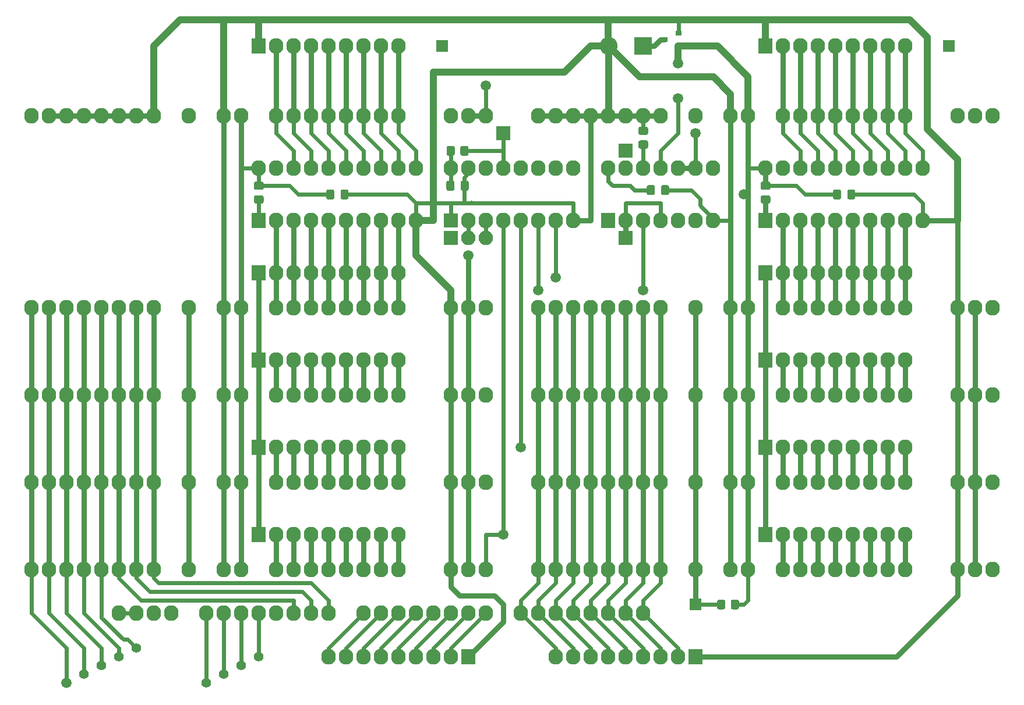
<source format=gbr>
%TF.GenerationSoftware,KiCad,Pcbnew,(5.1.8)-1*%
%TF.CreationDate,2024-01-21T21:11:34+03:00*%
%TF.ProjectId,Regs-v3,52656773-2d76-4332-9e6b-696361645f70,rev?*%
%TF.SameCoordinates,Original*%
%TF.FileFunction,Copper,L2,Bot*%
%TF.FilePolarity,Positive*%
%FSLAX46Y46*%
G04 Gerber Fmt 4.6, Leading zero omitted, Abs format (unit mm)*
G04 Created by KiCad (PCBNEW (5.1.8)-1) date 2024-01-21 21:11:34*
%MOMM*%
%LPD*%
G01*
G04 APERTURE LIST*
%TA.AperFunction,ComponentPad*%
%ADD10R,1.700000X1.700000*%
%TD*%
%TA.AperFunction,SMDPad,CuDef*%
%ADD11R,0.900000X0.800000*%
%TD*%
%TA.AperFunction,ComponentPad*%
%ADD12O,2.100000X2.300000*%
%TD*%
%TA.AperFunction,ComponentPad*%
%ADD13R,2.100000X2.300000*%
%TD*%
%TA.AperFunction,ComponentPad*%
%ADD14C,2.600000*%
%TD*%
%TA.AperFunction,ComponentPad*%
%ADD15R,2.600000X2.600000*%
%TD*%
%TA.AperFunction,ComponentPad*%
%ADD16R,2.100000X2.100000*%
%TD*%
%TA.AperFunction,ComponentPad*%
%ADD17O,2.100000X2.100000*%
%TD*%
%TA.AperFunction,ViaPad*%
%ADD18C,1.500000*%
%TD*%
%TA.AperFunction,ViaPad*%
%ADD19C,1.400000*%
%TD*%
%TA.AperFunction,Conductor*%
%ADD20C,0.600000*%
%TD*%
%TA.AperFunction,Conductor*%
%ADD21C,0.800000*%
%TD*%
%TA.AperFunction,Conductor*%
%ADD22C,1.000000*%
%TD*%
G04 APERTURE END LIST*
D10*
%TO.P,J20,1*%
%TO.N,/~Res*%
X153670000Y-20320000D03*
%TD*%
%TO.P,J19,1*%
%TO.N,/~Res*%
X80010000Y-20320000D03*
%TD*%
%TO.P,R7,2*%
%TO.N,GND*%
%TA.AperFunction,SMDPad,CuDef*%
G36*
G01*
X109670001Y-33255000D02*
X108769999Y-33255000D01*
G75*
G02*
X108520000Y-33005001I0J249999D01*
G01*
X108520000Y-32304999D01*
G75*
G02*
X108769999Y-32055000I249999J0D01*
G01*
X109670001Y-32055000D01*
G75*
G02*
X109920000Y-32304999I0J-249999D01*
G01*
X109920000Y-33005001D01*
G75*
G02*
X109670001Y-33255000I-249999J0D01*
G01*
G37*
%TD.AperFunction*%
%TO.P,R7,1*%
%TO.N,/EXT[1]*%
%TA.AperFunction,SMDPad,CuDef*%
G36*
G01*
X109670001Y-35255000D02*
X108769999Y-35255000D01*
G75*
G02*
X108520000Y-35005001I0J249999D01*
G01*
X108520000Y-34304999D01*
G75*
G02*
X108769999Y-34055000I249999J0D01*
G01*
X109670001Y-34055000D01*
G75*
G02*
X109920000Y-34304999I0J-249999D01*
G01*
X109920000Y-35005001D01*
G75*
G02*
X109670001Y-35255000I-249999J0D01*
G01*
G37*
%TD.AperFunction*%
%TD*%
D11*
%TO.P,Q1,3*%
%TO.N,Net-(J16-Pad1)*%
X112347500Y-19367500D03*
%TO.P,Q1,2*%
%TO.N,VCC*%
X114347500Y-20317500D03*
%TO.P,Q1,1*%
%TO.N,GND*%
X114347500Y-18417500D03*
%TD*%
%TO.P,C4,2*%
%TO.N,GND*%
%TA.AperFunction,SMDPad,CuDef*%
G36*
G01*
X111807500Y-41750000D02*
X111807500Y-40800000D01*
G75*
G02*
X112057500Y-40550000I250000J0D01*
G01*
X112732500Y-40550000D01*
G75*
G02*
X112982500Y-40800000I0J-250000D01*
G01*
X112982500Y-41750000D01*
G75*
G02*
X112732500Y-42000000I-250000J0D01*
G01*
X112057500Y-42000000D01*
G75*
G02*
X111807500Y-41750000I0J250000D01*
G01*
G37*
%TD.AperFunction*%
%TO.P,C4,1*%
%TO.N,VCC*%
%TA.AperFunction,SMDPad,CuDef*%
G36*
G01*
X109732500Y-41750000D02*
X109732500Y-40800000D01*
G75*
G02*
X109982500Y-40550000I250000J0D01*
G01*
X110657500Y-40550000D01*
G75*
G02*
X110907500Y-40800000I0J-250000D01*
G01*
X110907500Y-41750000D01*
G75*
G02*
X110657500Y-42000000I-250000J0D01*
G01*
X109982500Y-42000000D01*
G75*
G02*
X109732500Y-41750000I0J250000D01*
G01*
G37*
%TD.AperFunction*%
%TD*%
%TO.P,C3,2*%
%TO.N,GND*%
%TA.AperFunction,SMDPad,CuDef*%
G36*
G01*
X82682500Y-41115000D02*
X82682500Y-40165000D01*
G75*
G02*
X82932500Y-39915000I250000J0D01*
G01*
X83607500Y-39915000D01*
G75*
G02*
X83857500Y-40165000I0J-250000D01*
G01*
X83857500Y-41115000D01*
G75*
G02*
X83607500Y-41365000I-250000J0D01*
G01*
X82932500Y-41365000D01*
G75*
G02*
X82682500Y-41115000I0J250000D01*
G01*
G37*
%TD.AperFunction*%
%TO.P,C3,1*%
%TO.N,VCC*%
%TA.AperFunction,SMDPad,CuDef*%
G36*
G01*
X80607500Y-41115000D02*
X80607500Y-40165000D01*
G75*
G02*
X80857500Y-39915000I250000J0D01*
G01*
X81532500Y-39915000D01*
G75*
G02*
X81782500Y-40165000I0J-250000D01*
G01*
X81782500Y-41115000D01*
G75*
G02*
X81532500Y-41365000I-250000J0D01*
G01*
X80857500Y-41365000D01*
G75*
G02*
X80607500Y-41115000I0J250000D01*
G01*
G37*
%TD.AperFunction*%
%TD*%
%TO.P,C2,2*%
%TO.N,GND*%
%TA.AperFunction,SMDPad,CuDef*%
G36*
G01*
X65220000Y-42385000D02*
X65220000Y-41435000D01*
G75*
G02*
X65470000Y-41185000I250000J0D01*
G01*
X66145000Y-41185000D01*
G75*
G02*
X66395000Y-41435000I0J-250000D01*
G01*
X66395000Y-42385000D01*
G75*
G02*
X66145000Y-42635000I-250000J0D01*
G01*
X65470000Y-42635000D01*
G75*
G02*
X65220000Y-42385000I0J250000D01*
G01*
G37*
%TD.AperFunction*%
%TO.P,C2,1*%
%TO.N,VCC*%
%TA.AperFunction,SMDPad,CuDef*%
G36*
G01*
X63145000Y-42385000D02*
X63145000Y-41435000D01*
G75*
G02*
X63395000Y-41185000I250000J0D01*
G01*
X64070000Y-41185000D01*
G75*
G02*
X64320000Y-41435000I0J-250000D01*
G01*
X64320000Y-42385000D01*
G75*
G02*
X64070000Y-42635000I-250000J0D01*
G01*
X63395000Y-42635000D01*
G75*
G02*
X63145000Y-42385000I0J250000D01*
G01*
G37*
%TD.AperFunction*%
%TD*%
%TO.P,C1,2*%
%TO.N,GND*%
%TA.AperFunction,SMDPad,CuDef*%
G36*
G01*
X138880000Y-42385000D02*
X138880000Y-41435000D01*
G75*
G02*
X139130000Y-41185000I250000J0D01*
G01*
X139805000Y-41185000D01*
G75*
G02*
X140055000Y-41435000I0J-250000D01*
G01*
X140055000Y-42385000D01*
G75*
G02*
X139805000Y-42635000I-250000J0D01*
G01*
X139130000Y-42635000D01*
G75*
G02*
X138880000Y-42385000I0J250000D01*
G01*
G37*
%TD.AperFunction*%
%TO.P,C1,1*%
%TO.N,VCC*%
%TA.AperFunction,SMDPad,CuDef*%
G36*
G01*
X136805000Y-42385000D02*
X136805000Y-41435000D01*
G75*
G02*
X137055000Y-41185000I250000J0D01*
G01*
X137730000Y-41185000D01*
G75*
G02*
X137980000Y-41435000I0J-250000D01*
G01*
X137980000Y-42385000D01*
G75*
G02*
X137730000Y-42635000I-250000J0D01*
G01*
X137055000Y-42635000D01*
G75*
G02*
X136805000Y-42385000I0J250000D01*
G01*
G37*
%TD.AperFunction*%
%TD*%
%TO.P,R6,2*%
%TO.N,VCC*%
%TA.AperFunction,SMDPad,CuDef*%
G36*
G01*
X121955000Y-102050001D02*
X121955000Y-101149999D01*
G75*
G02*
X122204999Y-100900000I249999J0D01*
G01*
X122905001Y-100900000D01*
G75*
G02*
X123155000Y-101149999I0J-249999D01*
G01*
X123155000Y-102050001D01*
G75*
G02*
X122905001Y-102300000I-249999J0D01*
G01*
X122204999Y-102300000D01*
G75*
G02*
X121955000Y-102050001I0J249999D01*
G01*
G37*
%TD.AperFunction*%
%TO.P,R6,1*%
%TO.N,/~Res*%
%TA.AperFunction,SMDPad,CuDef*%
G36*
G01*
X119955000Y-102050001D02*
X119955000Y-101149999D01*
G75*
G02*
X120204999Y-100900000I249999J0D01*
G01*
X120905001Y-100900000D01*
G75*
G02*
X121155000Y-101149999I0J-249999D01*
G01*
X121155000Y-102050001D01*
G75*
G02*
X120905001Y-102300000I-249999J0D01*
G01*
X120204999Y-102300000D01*
G75*
G02*
X119955000Y-102050001I0J249999D01*
G01*
G37*
%TD.AperFunction*%
%TD*%
%TO.P,R5,2*%
%TO.N,VCC*%
%TA.AperFunction,SMDPad,CuDef*%
G36*
G01*
X81832500Y-35109999D02*
X81832500Y-36010001D01*
G75*
G02*
X81582501Y-36260000I-249999J0D01*
G01*
X80882499Y-36260000D01*
G75*
G02*
X80632500Y-36010001I0J249999D01*
G01*
X80632500Y-35109999D01*
G75*
G02*
X80882499Y-34860000I249999J0D01*
G01*
X81582501Y-34860000D01*
G75*
G02*
X81832500Y-35109999I0J-249999D01*
G01*
G37*
%TD.AperFunction*%
%TO.P,R5,1*%
%TO.N,/~MUL*%
%TA.AperFunction,SMDPad,CuDef*%
G36*
G01*
X83832500Y-35109999D02*
X83832500Y-36010001D01*
G75*
G02*
X83582501Y-36260000I-249999J0D01*
G01*
X82882499Y-36260000D01*
G75*
G02*
X82632500Y-36010001I0J249999D01*
G01*
X82632500Y-35109999D01*
G75*
G02*
X82882499Y-34860000I249999J0D01*
G01*
X83582501Y-34860000D01*
G75*
G02*
X83832500Y-35109999I0J-249999D01*
G01*
G37*
%TD.AperFunction*%
%TD*%
D12*
%TO.P,J18,9*%
%TO.N,/ALU_H7*%
X63500000Y-109220000D03*
%TO.P,J18,8*%
%TO.N,Net-(J18-Pad8)*%
X66040000Y-109220000D03*
%TO.P,J18,7*%
%TO.N,Net-(J18-Pad7)*%
X68580000Y-109220000D03*
%TO.P,J18,6*%
%TO.N,Net-(J18-Pad6)*%
X71120000Y-109220000D03*
%TO.P,J18,5*%
%TO.N,Net-(J18-Pad5)*%
X73660000Y-109220000D03*
%TO.P,J18,4*%
%TO.N,Net-(J18-Pad4)*%
X76200000Y-109220000D03*
%TO.P,J18,3*%
%TO.N,Net-(J18-Pad3)*%
X78740000Y-109220000D03*
%TO.P,J18,2*%
%TO.N,/ALU_H0*%
X81280000Y-109220000D03*
D13*
%TO.P,J18,1*%
%TO.N,GND*%
X83820000Y-109220000D03*
%TD*%
D12*
%TO.P,J17,9*%
%TO.N,/L7*%
X96520000Y-109220000D03*
%TO.P,J17,8*%
%TO.N,/L6*%
X99060000Y-109220000D03*
%TO.P,J17,7*%
%TO.N,/L5*%
X101600000Y-109220000D03*
%TO.P,J17,6*%
%TO.N,/L4*%
X104140000Y-109220000D03*
%TO.P,J17,5*%
%TO.N,/L3*%
X106680000Y-109220000D03*
%TO.P,J17,4*%
%TO.N,/L2*%
X109220000Y-109220000D03*
%TO.P,J17,3*%
%TO.N,/L1*%
X111760000Y-109220000D03*
%TO.P,J17,2*%
%TO.N,/L0*%
X114300000Y-109220000D03*
D13*
%TO.P,J17,1*%
%TO.N,GND*%
X116840000Y-109220000D03*
%TD*%
D12*
%TO.P,U15,28*%
%TO.N,GND*%
X33020000Y-102870000D03*
%TO.P,U15,27*%
X35560000Y-102870000D03*
%TO.P,U15,26*%
%TO.N,VCC*%
X38100000Y-102870000D03*
%TO.P,U15,25*%
%TO.N,Net-(U14-Pad8)*%
X40640000Y-102870000D03*
%TO.P,U15,24*%
%TO.N,/H7*%
X45720000Y-102870000D03*
%TO.P,U15,23*%
%TO.N,/H6*%
X48260000Y-102870000D03*
%TO.P,U15,22*%
%TO.N,/H5*%
X50800000Y-102870000D03*
%TO.P,U15,21*%
%TO.N,/H4*%
X53340000Y-102870000D03*
%TO.P,U15,20*%
%TO.N,/H3*%
X55880000Y-102870000D03*
%TO.P,U15,19*%
%TO.N,/H2*%
X58420000Y-102870000D03*
%TO.P,U15,18*%
%TO.N,/H1*%
X60960000Y-102870000D03*
%TO.P,U15,17*%
%TO.N,/H0*%
X63500000Y-102870000D03*
%TO.P,U15,16*%
%TO.N,/ALU_H7*%
X68580000Y-102870000D03*
%TO.P,U15,15*%
%TO.N,Net-(J18-Pad8)*%
X71120000Y-102870000D03*
%TO.P,U15,14*%
%TO.N,Net-(J18-Pad7)*%
X73660000Y-102870000D03*
%TO.P,U15,13*%
%TO.N,Net-(J18-Pad6)*%
X76200000Y-102870000D03*
%TO.P,U15,12*%
%TO.N,Net-(J18-Pad5)*%
X78740000Y-102870000D03*
%TO.P,U15,11*%
%TO.N,Net-(J18-Pad4)*%
X81280000Y-102870000D03*
%TO.P,U15,10*%
%TO.N,Net-(J18-Pad3)*%
X83820000Y-102870000D03*
%TO.P,U15,9*%
%TO.N,/ALU_H0*%
X86360000Y-102870000D03*
%TO.P,U15,8*%
%TO.N,/L7*%
X91440000Y-102870000D03*
%TO.P,U15,7*%
%TO.N,/L6*%
X93980000Y-102870000D03*
%TO.P,U15,6*%
%TO.N,/L5*%
X96520000Y-102870000D03*
%TO.P,U15,5*%
%TO.N,/L4*%
X99060000Y-102870000D03*
%TO.P,U15,4*%
%TO.N,/L3*%
X101600000Y-102870000D03*
%TO.P,U15,3*%
%TO.N,/L2*%
X104140000Y-102870000D03*
%TO.P,U15,2*%
%TO.N,/L1*%
X106680000Y-102870000D03*
%TO.P,U15,1*%
%TO.N,/L0*%
X109220000Y-102870000D03*
%TD*%
D14*
%TO.P,J16,2*%
%TO.N,GND*%
X104220000Y-20320000D03*
D15*
%TO.P,J16,1*%
%TO.N,Net-(J16-Pad1)*%
X109220000Y-20320000D03*
%TD*%
D12*
%TO.P,U14,14*%
%TO.N,VCC*%
X104140000Y-38100000D03*
%TO.P,U14,7*%
%TO.N,GND*%
X119380000Y-45720000D03*
%TO.P,U14,13*%
%TO.N,/EXT[1]*%
X106680000Y-38100000D03*
%TO.P,U14,6*%
%TO.N,/~H*%
X116840000Y-45720000D03*
%TO.P,U14,12*%
%TO.N,/EXT[1]*%
X109220000Y-38100000D03*
%TO.P,U14,5*%
%TO.N,Net-(U13-Pad9)*%
X114300000Y-45720000D03*
%TO.P,U14,11*%
%TO.N,Net-(U10-Pad20)*%
X111760000Y-38100000D03*
%TO.P,U14,4*%
%TO.N,/Latch*%
X111760000Y-45720000D03*
%TO.P,U14,10*%
%TO.N,/~MUL*%
X114300000Y-38100000D03*
%TO.P,U14,3*%
%TO.N,/~L*%
X109220000Y-45720000D03*
%TO.P,U14,9*%
%TO.N,/~MUL*%
X116840000Y-38100000D03*
%TO.P,U14,2*%
%TO.N,/Latch*%
X106680000Y-45720000D03*
%TO.P,U14,8*%
%TO.N,Net-(U14-Pad8)*%
X119380000Y-38100000D03*
D13*
%TO.P,U14,1*%
%TO.N,Net-(U13-Pad10)*%
X104140000Y-45720000D03*
%TD*%
D12*
%TO.P,U13,16*%
%TO.N,VCC*%
X81280000Y-38100000D03*
%TO.P,U13,8*%
%TO.N,GND*%
X99060000Y-45720000D03*
%TO.P,U13,15*%
X83820000Y-38100000D03*
%TO.P,U13,7*%
%TO.N,/~R3*%
X96520000Y-45720000D03*
%TO.P,U13,14*%
%TO.N,/DST[0]*%
X86360000Y-38100000D03*
%TO.P,U13,6*%
%TO.N,/~R2*%
X93980000Y-45720000D03*
%TO.P,U13,13*%
%TO.N,/~MUL*%
X88900000Y-38100000D03*
%TO.P,U13,5*%
%TO.N,/~R1*%
X91440000Y-45720000D03*
%TO.P,U13,12*%
%TO.N,Net-(U13-Pad12)*%
X91440000Y-38100000D03*
%TO.P,U13,4*%
%TO.N,/~R0*%
X88900000Y-45720000D03*
%TO.P,U13,11*%
%TO.N,Net-(U13-Pad11)*%
X93980000Y-38100000D03*
%TO.P,U13,3*%
%TO.N,/DST[2]*%
X86360000Y-45720000D03*
%TO.P,U13,10*%
%TO.N,Net-(U13-Pad10)*%
X96520000Y-38100000D03*
%TO.P,U13,2*%
%TO.N,/DST[1]*%
X83820000Y-45720000D03*
%TO.P,U13,9*%
%TO.N,Net-(U13-Pad9)*%
X99060000Y-38100000D03*
D16*
%TO.P,U13,1*%
%TO.N,GND*%
X81280000Y-45720000D03*
%TD*%
%TO.P,R4,2*%
%TO.N,VCC*%
%TA.AperFunction,SMDPad,CuDef*%
G36*
G01*
X53790001Y-41240000D02*
X52889999Y-41240000D01*
G75*
G02*
X52640000Y-40990001I0J249999D01*
G01*
X52640000Y-40289999D01*
G75*
G02*
X52889999Y-40040000I249999J0D01*
G01*
X53790001Y-40040000D01*
G75*
G02*
X54040000Y-40289999I0J-249999D01*
G01*
X54040000Y-40990001D01*
G75*
G02*
X53790001Y-41240000I-249999J0D01*
G01*
G37*
%TD.AperFunction*%
%TO.P,R4,1*%
%TO.N,Net-(R4-Pad1)*%
%TA.AperFunction,SMDPad,CuDef*%
G36*
G01*
X53790001Y-43240000D02*
X52889999Y-43240000D01*
G75*
G02*
X52640000Y-42990001I0J249999D01*
G01*
X52640000Y-42289999D01*
G75*
G02*
X52889999Y-42040000I249999J0D01*
G01*
X53790001Y-42040000D01*
G75*
G02*
X54040000Y-42289999I0J-249999D01*
G01*
X54040000Y-42990001D01*
G75*
G02*
X53790001Y-43240000I-249999J0D01*
G01*
G37*
%TD.AperFunction*%
%TD*%
%TO.P,R3,2*%
%TO.N,VCC*%
%TA.AperFunction,SMDPad,CuDef*%
G36*
G01*
X127450001Y-41240000D02*
X126549999Y-41240000D01*
G75*
G02*
X126300000Y-40990001I0J249999D01*
G01*
X126300000Y-40289999D01*
G75*
G02*
X126549999Y-40040000I249999J0D01*
G01*
X127450001Y-40040000D01*
G75*
G02*
X127700000Y-40289999I0J-249999D01*
G01*
X127700000Y-40990001D01*
G75*
G02*
X127450001Y-41240000I-249999J0D01*
G01*
G37*
%TD.AperFunction*%
%TO.P,R3,1*%
%TO.N,Net-(R3-Pad1)*%
%TA.AperFunction,SMDPad,CuDef*%
G36*
G01*
X127450001Y-43240000D02*
X126549999Y-43240000D01*
G75*
G02*
X126300000Y-42990001I0J249999D01*
G01*
X126300000Y-42289999D01*
G75*
G02*
X126549999Y-42040000I249999J0D01*
G01*
X127450001Y-42040000D01*
G75*
G02*
X127700000Y-42289999I0J-249999D01*
G01*
X127700000Y-42990001D01*
G75*
G02*
X127450001Y-43240000I-249999J0D01*
G01*
G37*
%TD.AperFunction*%
%TD*%
%TO.P,J15,1*%
%TO.N,/Latch*%
X106680000Y-48260000D03*
%TD*%
%TO.P,J14,1*%
%TO.N,/EXT[1]*%
X106680000Y-35560000D03*
%TD*%
D10*
%TO.P,J13,1*%
%TO.N,/~Res*%
X116840000Y-101600000D03*
%TD*%
D16*
%TO.P,J12,1*%
%TO.N,/~MUL*%
X88900000Y-33020000D03*
%TD*%
D17*
%TO.P,J11,3*%
%TO.N,/DST[2]*%
X86360000Y-48260000D03*
%TO.P,J11,2*%
%TO.N,/DST[1]*%
X83820000Y-48260000D03*
D16*
%TO.P,J11,1*%
%TO.N,/DST[0]*%
X81280000Y-48260000D03*
%TD*%
D12*
%TO.P,J10,9*%
%TO.N,/YH|SPH.7*%
X73660000Y-20320000D03*
%TO.P,J10,8*%
%TO.N,/YH|SPH.6*%
X71120000Y-20320000D03*
%TO.P,J10,7*%
%TO.N,/YH|SPH.5*%
X68580000Y-20320000D03*
%TO.P,J10,6*%
%TO.N,/YH|SPH.4*%
X66040000Y-20320000D03*
%TO.P,J10,5*%
%TO.N,/YH|SPH.3*%
X63500000Y-20320000D03*
%TO.P,J10,4*%
%TO.N,/YH|SPH.2*%
X60960000Y-20320000D03*
%TO.P,J10,3*%
%TO.N,/YH|SPH.1*%
X58420000Y-20320000D03*
%TO.P,J10,2*%
%TO.N,/YH|SPH.0*%
X55880000Y-20320000D03*
D13*
%TO.P,J10,1*%
%TO.N,GND*%
X53340000Y-20320000D03*
%TD*%
D12*
%TO.P,U12,20*%
%TO.N,VCC*%
X53340000Y-38100000D03*
%TO.P,U12,10*%
%TO.N,GND*%
X76200000Y-45720000D03*
%TO.P,U12,19*%
%TO.N,/EXT[1]*%
X55880000Y-38100000D03*
%TO.P,U12,9*%
%TO.N,/R7.7*%
X73660000Y-45720000D03*
%TO.P,U12,18*%
%TO.N,/YH|SPH.0*%
X58420000Y-38100000D03*
%TO.P,U12,8*%
%TO.N,/R7.6*%
X71120000Y-45720000D03*
%TO.P,U12,17*%
%TO.N,/YH|SPH.1*%
X60960000Y-38100000D03*
%TO.P,U12,7*%
%TO.N,/R7.5*%
X68580000Y-45720000D03*
%TO.P,U12,16*%
%TO.N,/YH|SPH.2*%
X63500000Y-38100000D03*
%TO.P,U12,6*%
%TO.N,/R7.4*%
X66040000Y-45720000D03*
%TO.P,U12,15*%
%TO.N,/YH|SPH.3*%
X66040000Y-38100000D03*
%TO.P,U12,5*%
%TO.N,/R7.3*%
X63500000Y-45720000D03*
%TO.P,U12,14*%
%TO.N,/YH|SPH.4*%
X68580000Y-38100000D03*
%TO.P,U12,4*%
%TO.N,/R7.2*%
X60960000Y-45720000D03*
%TO.P,U12,13*%
%TO.N,/YH|SPH.5*%
X71120000Y-38100000D03*
%TO.P,U12,3*%
%TO.N,/R7.1*%
X58420000Y-45720000D03*
%TO.P,U12,12*%
%TO.N,/YH|SPH.6*%
X73660000Y-38100000D03*
%TO.P,U12,2*%
%TO.N,/R7.0*%
X55880000Y-45720000D03*
%TO.P,U12,11*%
%TO.N,/YH|SPH.7*%
X76200000Y-38100000D03*
D13*
%TO.P,U12,1*%
%TO.N,Net-(R4-Pad1)*%
X53340000Y-45720000D03*
%TD*%
D12*
%TO.P,U11,20*%
%TO.N,VCC*%
X127000000Y-38100000D03*
%TO.P,U11,10*%
%TO.N,GND*%
X149860000Y-45720000D03*
%TO.P,U11,19*%
%TO.N,/EXT[1]*%
X129540000Y-38100000D03*
%TO.P,U11,9*%
%TO.N,/R6.7*%
X147320000Y-45720000D03*
%TO.P,U11,18*%
%TO.N,/YL|SPL.0*%
X132080000Y-38100000D03*
%TO.P,U11,8*%
%TO.N,/R6.6*%
X144780000Y-45720000D03*
%TO.P,U11,17*%
%TO.N,/YL|SPL.1*%
X134620000Y-38100000D03*
%TO.P,U11,7*%
%TO.N,/R6.5*%
X142240000Y-45720000D03*
%TO.P,U11,16*%
%TO.N,/YL|SPL.2*%
X137160000Y-38100000D03*
%TO.P,U11,6*%
%TO.N,/R6.4*%
X139700000Y-45720000D03*
%TO.P,U11,15*%
%TO.N,/YL|SPL.3*%
X139700000Y-38100000D03*
%TO.P,U11,5*%
%TO.N,/R6.3*%
X137160000Y-45720000D03*
%TO.P,U11,14*%
%TO.N,/YL|SPL.4*%
X142240000Y-38100000D03*
%TO.P,U11,4*%
%TO.N,/R6.2*%
X134620000Y-45720000D03*
%TO.P,U11,13*%
%TO.N,/YL|SPL.5*%
X144780000Y-38100000D03*
%TO.P,U11,3*%
%TO.N,/R6.1*%
X132080000Y-45720000D03*
%TO.P,U11,12*%
%TO.N,/YL|SPL.6*%
X147320000Y-38100000D03*
%TO.P,U11,2*%
%TO.N,/R6.0*%
X129540000Y-45720000D03*
%TO.P,U11,11*%
%TO.N,/YL|SPL.7*%
X149860000Y-38100000D03*
D13*
%TO.P,U11,1*%
%TO.N,Net-(R3-Pad1)*%
X127000000Y-45720000D03*
%TD*%
D12*
%TO.P,J9,9*%
%TO.N,/YL|SPL.7*%
X147320000Y-20320000D03*
%TO.P,J9,8*%
%TO.N,/YL|SPL.6*%
X144780000Y-20320000D03*
%TO.P,J9,7*%
%TO.N,/YL|SPL.5*%
X142240000Y-20320000D03*
%TO.P,J9,6*%
%TO.N,/YL|SPL.4*%
X139700000Y-20320000D03*
%TO.P,J9,5*%
%TO.N,/YL|SPL.3*%
X137160000Y-20320000D03*
%TO.P,J9,4*%
%TO.N,/YL|SPL.2*%
X134620000Y-20320000D03*
%TO.P,J9,3*%
%TO.N,/YL|SPL.1*%
X132080000Y-20320000D03*
%TO.P,J9,2*%
%TO.N,/YL|SPL.0*%
X129540000Y-20320000D03*
D13*
%TO.P,J9,1*%
%TO.N,GND*%
X127000000Y-20320000D03*
%TD*%
D12*
%TO.P,J8,9*%
%TO.N,/R7.7*%
X73660000Y-53340000D03*
%TO.P,J8,8*%
%TO.N,/R7.6*%
X71120000Y-53340000D03*
%TO.P,J8,7*%
%TO.N,/R7.5*%
X68580000Y-53340000D03*
%TO.P,J8,6*%
%TO.N,/R7.4*%
X66040000Y-53340000D03*
%TO.P,J8,5*%
%TO.N,/R7.3*%
X63500000Y-53340000D03*
%TO.P,J8,4*%
%TO.N,/R7.2*%
X60960000Y-53340000D03*
%TO.P,J8,3*%
%TO.N,/R7.1*%
X58420000Y-53340000D03*
%TO.P,J8,2*%
%TO.N,/R7.0*%
X55880000Y-53340000D03*
D13*
%TO.P,J8,1*%
%TO.N,GND*%
X53340000Y-53340000D03*
%TD*%
D12*
%TO.P,J7,9*%
%TO.N,/R6.7*%
X147320000Y-53340000D03*
%TO.P,J7,8*%
%TO.N,/R6.6*%
X144780000Y-53340000D03*
%TO.P,J7,7*%
%TO.N,/R6.5*%
X142240000Y-53340000D03*
%TO.P,J7,6*%
%TO.N,/R6.4*%
X139700000Y-53340000D03*
%TO.P,J7,5*%
%TO.N,/R6.3*%
X137160000Y-53340000D03*
%TO.P,J7,4*%
%TO.N,/R6.2*%
X134620000Y-53340000D03*
%TO.P,J7,3*%
%TO.N,/R6.1*%
X132080000Y-53340000D03*
%TO.P,J7,2*%
%TO.N,/R6.0*%
X129540000Y-53340000D03*
D13*
%TO.P,J7,1*%
%TO.N,GND*%
X127000000Y-53340000D03*
%TD*%
D12*
%TO.P,J6,9*%
%TO.N,/R5.7*%
X73660000Y-66040000D03*
%TO.P,J6,8*%
%TO.N,/R5.6*%
X71120000Y-66040000D03*
%TO.P,J6,7*%
%TO.N,/R5.5*%
X68580000Y-66040000D03*
%TO.P,J6,6*%
%TO.N,/R5.4*%
X66040000Y-66040000D03*
%TO.P,J6,5*%
%TO.N,/R5.3*%
X63500000Y-66040000D03*
%TO.P,J6,4*%
%TO.N,/R5.2*%
X60960000Y-66040000D03*
%TO.P,J6,3*%
%TO.N,/R5.1*%
X58420000Y-66040000D03*
%TO.P,J6,2*%
%TO.N,/R5.0*%
X55880000Y-66040000D03*
D13*
%TO.P,J6,1*%
%TO.N,GND*%
X53340000Y-66040000D03*
%TD*%
D12*
%TO.P,J5,9*%
%TO.N,/R4.7*%
X147320000Y-66040000D03*
%TO.P,J5,8*%
%TO.N,/R4.6*%
X144780000Y-66040000D03*
%TO.P,J5,7*%
%TO.N,/R4.5*%
X142240000Y-66040000D03*
%TO.P,J5,6*%
%TO.N,/R4.4*%
X139700000Y-66040000D03*
%TO.P,J5,5*%
%TO.N,/R4.3*%
X137160000Y-66040000D03*
%TO.P,J5,4*%
%TO.N,/R4.2*%
X134620000Y-66040000D03*
%TO.P,J5,3*%
%TO.N,/R4.1*%
X132080000Y-66040000D03*
%TO.P,J5,2*%
%TO.N,/R4.0*%
X129540000Y-66040000D03*
D13*
%TO.P,J5,1*%
%TO.N,GND*%
X127000000Y-66040000D03*
%TD*%
D12*
%TO.P,J4,9*%
%TO.N,/R3.7*%
X73660000Y-78740000D03*
%TO.P,J4,8*%
%TO.N,/R3.6*%
X71120000Y-78740000D03*
%TO.P,J4,7*%
%TO.N,/R3.5*%
X68580000Y-78740000D03*
%TO.P,J4,6*%
%TO.N,/R3.4*%
X66040000Y-78740000D03*
%TO.P,J4,5*%
%TO.N,/R3.3*%
X63500000Y-78740000D03*
%TO.P,J4,4*%
%TO.N,/R3.2*%
X60960000Y-78740000D03*
%TO.P,J4,3*%
%TO.N,/R3.1*%
X58420000Y-78740000D03*
%TO.P,J4,2*%
%TO.N,/R3.0*%
X55880000Y-78740000D03*
D13*
%TO.P,J4,1*%
%TO.N,GND*%
X53340000Y-78740000D03*
%TD*%
D12*
%TO.P,J3,9*%
%TO.N,/R2.7*%
X147320000Y-78740000D03*
%TO.P,J3,8*%
%TO.N,/R2.6*%
X144780000Y-78740000D03*
%TO.P,J3,7*%
%TO.N,/R2.5*%
X142240000Y-78740000D03*
%TO.P,J3,6*%
%TO.N,/R2.4*%
X139700000Y-78740000D03*
%TO.P,J3,5*%
%TO.N,/R2.3*%
X137160000Y-78740000D03*
%TO.P,J3,4*%
%TO.N,/R2.2*%
X134620000Y-78740000D03*
%TO.P,J3,3*%
%TO.N,/R2.1*%
X132080000Y-78740000D03*
%TO.P,J3,2*%
%TO.N,/R2.0*%
X129540000Y-78740000D03*
D13*
%TO.P,J3,1*%
%TO.N,GND*%
X127000000Y-78740000D03*
%TD*%
D12*
%TO.P,J2,9*%
%TO.N,/R1.7*%
X73660000Y-91440000D03*
%TO.P,J2,8*%
%TO.N,/R1.6*%
X71120000Y-91440000D03*
%TO.P,J2,7*%
%TO.N,/R1.5*%
X68580000Y-91440000D03*
%TO.P,J2,6*%
%TO.N,/R1.4*%
X66040000Y-91440000D03*
%TO.P,J2,5*%
%TO.N,/R1.3*%
X63500000Y-91440000D03*
%TO.P,J2,4*%
%TO.N,/R1.2*%
X60960000Y-91440000D03*
%TO.P,J2,3*%
%TO.N,/R1.1*%
X58420000Y-91440000D03*
%TO.P,J2,2*%
%TO.N,/R1.0*%
X55880000Y-91440000D03*
D13*
%TO.P,J2,1*%
%TO.N,GND*%
X53340000Y-91440000D03*
%TD*%
D12*
%TO.P,J1,9*%
%TO.N,/R0.7*%
X147320000Y-91440000D03*
%TO.P,J1,8*%
%TO.N,/R0.6*%
X144780000Y-91440000D03*
%TO.P,J1,7*%
%TO.N,/R0.5*%
X142240000Y-91440000D03*
%TO.P,J1,6*%
%TO.N,/R0.4*%
X139700000Y-91440000D03*
%TO.P,J1,5*%
%TO.N,/R0.3*%
X137160000Y-91440000D03*
%TO.P,J1,4*%
%TO.N,/R0.2*%
X134620000Y-91440000D03*
%TO.P,J1,3*%
%TO.N,/R0.1*%
X132080000Y-91440000D03*
%TO.P,J1,2*%
%TO.N,/R0.0*%
X129540000Y-91440000D03*
D13*
%TO.P,J1,1*%
%TO.N,GND*%
X127000000Y-91440000D03*
%TD*%
D12*
%TO.P,U10,22*%
%TO.N,/~Res*%
X86360000Y-30480000D03*
%TO.P,U10,21*%
X83820000Y-30480000D03*
%TO.P,U10,20*%
%TO.N,Net-(U10-Pad20)*%
X81280000Y-30480000D03*
%TO.P,U10,19*%
%TO.N,/YH|SPH.7*%
X73660000Y-30480000D03*
%TO.P,U10,18*%
%TO.N,/YH|SPH.6*%
X71120000Y-30480000D03*
%TO.P,U10,17*%
%TO.N,/YH|SPH.5*%
X68580000Y-30480000D03*
%TO.P,U10,16*%
%TO.N,/YH|SPH.4*%
X66040000Y-30480000D03*
%TO.P,U10,15*%
%TO.N,/YH|SPH.3*%
X63500000Y-30480000D03*
%TO.P,U10,14*%
%TO.N,/YH|SPH.2*%
X60960000Y-30480000D03*
%TO.P,U10,13*%
%TO.N,/YH|SPH.1*%
X58420000Y-30480000D03*
%TO.P,U10,12*%
%TO.N,/YH|SPH.0*%
X55880000Y-30480000D03*
%TO.P,U10,11*%
%TO.N,VCC*%
X50800000Y-30480000D03*
%TO.P,U10,10*%
%TO.N,GND*%
X48260000Y-30480000D03*
%TO.P,U10,9*%
%TO.N,Net-(R2-Pad1)*%
X43180000Y-30480000D03*
%TO.P,U10,8*%
%TO.N,GND*%
X38100000Y-30480000D03*
%TO.P,U10,7*%
X35560000Y-30480000D03*
%TO.P,U10,6*%
X33020000Y-30480000D03*
%TO.P,U10,5*%
X30480000Y-30480000D03*
%TO.P,U10,4*%
X27940000Y-30480000D03*
%TO.P,U10,3*%
X25400000Y-30480000D03*
%TO.P,U10,2*%
X22860000Y-30480000D03*
%TO.P,U10,1*%
%TO.N,Net-(R8-Pad1)*%
X20320000Y-30480000D03*
%TD*%
%TO.P,U9,22*%
%TO.N,/~Res*%
X160020000Y-30480000D03*
%TO.P,U9,21*%
X157480000Y-30480000D03*
%TO.P,U9,20*%
%TO.N,Net-(U10-Pad20)*%
X154940000Y-30480000D03*
%TO.P,U9,19*%
%TO.N,/YL|SPL.7*%
X147320000Y-30480000D03*
%TO.P,U9,18*%
%TO.N,/YL|SPL.6*%
X144780000Y-30480000D03*
%TO.P,U9,17*%
%TO.N,/YL|SPL.5*%
X142240000Y-30480000D03*
%TO.P,U9,16*%
%TO.N,/YL|SPL.4*%
X139700000Y-30480000D03*
%TO.P,U9,15*%
%TO.N,/YL|SPL.3*%
X137160000Y-30480000D03*
%TO.P,U9,14*%
%TO.N,/YL|SPL.2*%
X134620000Y-30480000D03*
%TO.P,U9,13*%
%TO.N,/YL|SPL.1*%
X132080000Y-30480000D03*
%TO.P,U9,12*%
%TO.N,/YL|SPL.0*%
X129540000Y-30480000D03*
%TO.P,U9,11*%
%TO.N,VCC*%
X124460000Y-30480000D03*
%TO.P,U9,10*%
%TO.N,GND*%
X121920000Y-30480000D03*
%TO.P,U9,9*%
%TO.N,Net-(R1-Pad1)*%
X116840000Y-30480000D03*
%TO.P,U9,8*%
%TO.N,GND*%
X111760000Y-30480000D03*
%TO.P,U9,7*%
X109220000Y-30480000D03*
%TO.P,U9,6*%
X106680000Y-30480000D03*
%TO.P,U9,5*%
X104140000Y-30480000D03*
%TO.P,U9,4*%
X101600000Y-30480000D03*
%TO.P,U9,3*%
X99060000Y-30480000D03*
%TO.P,U9,2*%
X96520000Y-30480000D03*
%TO.P,U9,1*%
X93980000Y-30480000D03*
%TD*%
%TO.P,U1,22*%
%TO.N,/~R0*%
X160020000Y-96520000D03*
%TO.P,U1,21*%
%TO.N,/~L*%
X157480000Y-96520000D03*
%TO.P,U1,20*%
%TO.N,GND*%
X154940000Y-96520000D03*
%TO.P,U1,19*%
%TO.N,/R0.7*%
X147320000Y-96520000D03*
%TO.P,U1,18*%
%TO.N,/R0.6*%
X144780000Y-96520000D03*
%TO.P,U1,17*%
%TO.N,/R0.5*%
X142240000Y-96520000D03*
%TO.P,U1,16*%
%TO.N,/R0.4*%
X139700000Y-96520000D03*
%TO.P,U1,15*%
%TO.N,/R0.3*%
X137160000Y-96520000D03*
%TO.P,U1,14*%
%TO.N,/R0.2*%
X134620000Y-96520000D03*
%TO.P,U1,13*%
%TO.N,/R0.1*%
X132080000Y-96520000D03*
%TO.P,U1,12*%
%TO.N,/R0.0*%
X129540000Y-96520000D03*
%TO.P,U1,11*%
%TO.N,VCC*%
X124460000Y-96520000D03*
%TO.P,U1,10*%
%TO.N,GND*%
X121920000Y-96520000D03*
%TO.P,U1,9*%
%TO.N,/~Res*%
X116840000Y-96520000D03*
%TO.P,U1,8*%
%TO.N,/L0*%
X111760000Y-96520000D03*
%TO.P,U1,7*%
%TO.N,/L1*%
X109220000Y-96520000D03*
%TO.P,U1,6*%
%TO.N,/L2*%
X106680000Y-96520000D03*
%TO.P,U1,5*%
%TO.N,/L3*%
X104140000Y-96520000D03*
%TO.P,U1,4*%
%TO.N,/L4*%
X101600000Y-96520000D03*
%TO.P,U1,3*%
%TO.N,/L5*%
X99060000Y-96520000D03*
%TO.P,U1,2*%
%TO.N,/L6*%
X96520000Y-96520000D03*
%TO.P,U1,1*%
%TO.N,/L7*%
X93980000Y-96520000D03*
%TD*%
%TO.P,U8,22*%
%TO.N,/~R3*%
X86360000Y-58420000D03*
%TO.P,U8,21*%
%TO.N,/~H*%
X83820000Y-58420000D03*
%TO.P,U8,20*%
%TO.N,GND*%
X81280000Y-58420000D03*
%TO.P,U8,19*%
%TO.N,/R7.7*%
X73660000Y-58420000D03*
%TO.P,U8,18*%
%TO.N,/R7.6*%
X71120000Y-58420000D03*
%TO.P,U8,17*%
%TO.N,/R7.5*%
X68580000Y-58420000D03*
%TO.P,U8,16*%
%TO.N,/R7.4*%
X66040000Y-58420000D03*
%TO.P,U8,15*%
%TO.N,/R7.3*%
X63500000Y-58420000D03*
%TO.P,U8,14*%
%TO.N,/R7.2*%
X60960000Y-58420000D03*
%TO.P,U8,13*%
%TO.N,/R7.1*%
X58420000Y-58420000D03*
%TO.P,U8,12*%
%TO.N,/R7.0*%
X55880000Y-58420000D03*
%TO.P,U8,11*%
%TO.N,VCC*%
X50800000Y-58420000D03*
%TO.P,U8,10*%
%TO.N,GND*%
X48260000Y-58420000D03*
%TO.P,U8,9*%
%TO.N,/~Res*%
X43180000Y-58420000D03*
%TO.P,U8,8*%
%TO.N,/H0*%
X38100000Y-58420000D03*
%TO.P,U8,7*%
%TO.N,/H1*%
X35560000Y-58420000D03*
%TO.P,U8,6*%
%TO.N,/H2*%
X33020000Y-58420000D03*
%TO.P,U8,5*%
%TO.N,/H3*%
X30480000Y-58420000D03*
%TO.P,U8,4*%
%TO.N,/H4*%
X27940000Y-58420000D03*
%TO.P,U8,3*%
%TO.N,/H5*%
X25400000Y-58420000D03*
%TO.P,U8,2*%
%TO.N,/H6*%
X22860000Y-58420000D03*
%TO.P,U8,1*%
%TO.N,/H7*%
X20320000Y-58420000D03*
%TD*%
%TO.P,U6,22*%
%TO.N,/~R2*%
X86360000Y-71120000D03*
%TO.P,U6,21*%
%TO.N,/~H*%
X83820000Y-71120000D03*
%TO.P,U6,20*%
%TO.N,GND*%
X81280000Y-71120000D03*
%TO.P,U6,19*%
%TO.N,/R5.7*%
X73660000Y-71120000D03*
%TO.P,U6,18*%
%TO.N,/R5.6*%
X71120000Y-71120000D03*
%TO.P,U6,17*%
%TO.N,/R5.5*%
X68580000Y-71120000D03*
%TO.P,U6,16*%
%TO.N,/R5.4*%
X66040000Y-71120000D03*
%TO.P,U6,15*%
%TO.N,/R5.3*%
X63500000Y-71120000D03*
%TO.P,U6,14*%
%TO.N,/R5.2*%
X60960000Y-71120000D03*
%TO.P,U6,13*%
%TO.N,/R5.1*%
X58420000Y-71120000D03*
%TO.P,U6,12*%
%TO.N,/R5.0*%
X55880000Y-71120000D03*
%TO.P,U6,11*%
%TO.N,VCC*%
X50800000Y-71120000D03*
%TO.P,U6,10*%
%TO.N,GND*%
X48260000Y-71120000D03*
%TO.P,U6,9*%
%TO.N,/~Res*%
X43180000Y-71120000D03*
%TO.P,U6,8*%
%TO.N,/H0*%
X38100000Y-71120000D03*
%TO.P,U6,7*%
%TO.N,/H1*%
X35560000Y-71120000D03*
%TO.P,U6,6*%
%TO.N,/H2*%
X33020000Y-71120000D03*
%TO.P,U6,5*%
%TO.N,/H3*%
X30480000Y-71120000D03*
%TO.P,U6,4*%
%TO.N,/H4*%
X27940000Y-71120000D03*
%TO.P,U6,3*%
%TO.N,/H5*%
X25400000Y-71120000D03*
%TO.P,U6,2*%
%TO.N,/H6*%
X22860000Y-71120000D03*
%TO.P,U6,1*%
%TO.N,/H7*%
X20320000Y-71120000D03*
%TD*%
%TO.P,U4,22*%
%TO.N,/~R1*%
X86360000Y-83820000D03*
%TO.P,U4,21*%
%TO.N,/~H*%
X83820000Y-83820000D03*
%TO.P,U4,20*%
%TO.N,GND*%
X81280000Y-83820000D03*
%TO.P,U4,19*%
%TO.N,/R3.7*%
X73660000Y-83820000D03*
%TO.P,U4,18*%
%TO.N,/R3.6*%
X71120000Y-83820000D03*
%TO.P,U4,17*%
%TO.N,/R3.5*%
X68580000Y-83820000D03*
%TO.P,U4,16*%
%TO.N,/R3.4*%
X66040000Y-83820000D03*
%TO.P,U4,15*%
%TO.N,/R3.3*%
X63500000Y-83820000D03*
%TO.P,U4,14*%
%TO.N,/R3.2*%
X60960000Y-83820000D03*
%TO.P,U4,13*%
%TO.N,/R3.1*%
X58420000Y-83820000D03*
%TO.P,U4,12*%
%TO.N,/R3.0*%
X55880000Y-83820000D03*
%TO.P,U4,11*%
%TO.N,VCC*%
X50800000Y-83820000D03*
%TO.P,U4,10*%
%TO.N,GND*%
X48260000Y-83820000D03*
%TO.P,U4,9*%
%TO.N,/~Res*%
X43180000Y-83820000D03*
%TO.P,U4,8*%
%TO.N,/H0*%
X38100000Y-83820000D03*
%TO.P,U4,7*%
%TO.N,/H1*%
X35560000Y-83820000D03*
%TO.P,U4,6*%
%TO.N,/H2*%
X33020000Y-83820000D03*
%TO.P,U4,5*%
%TO.N,/H3*%
X30480000Y-83820000D03*
%TO.P,U4,4*%
%TO.N,/H4*%
X27940000Y-83820000D03*
%TO.P,U4,3*%
%TO.N,/H5*%
X25400000Y-83820000D03*
%TO.P,U4,2*%
%TO.N,/H6*%
X22860000Y-83820000D03*
%TO.P,U4,1*%
%TO.N,/H7*%
X20320000Y-83820000D03*
%TD*%
%TO.P,U2,22*%
%TO.N,/~R0*%
X86360000Y-96520000D03*
%TO.P,U2,21*%
%TO.N,/~H*%
X83820000Y-96520000D03*
%TO.P,U2,20*%
%TO.N,GND*%
X81280000Y-96520000D03*
%TO.P,U2,19*%
%TO.N,/R1.7*%
X73660000Y-96520000D03*
%TO.P,U2,18*%
%TO.N,/R1.6*%
X71120000Y-96520000D03*
%TO.P,U2,17*%
%TO.N,/R1.5*%
X68580000Y-96520000D03*
%TO.P,U2,16*%
%TO.N,/R1.4*%
X66040000Y-96520000D03*
%TO.P,U2,15*%
%TO.N,/R1.3*%
X63500000Y-96520000D03*
%TO.P,U2,14*%
%TO.N,/R1.2*%
X60960000Y-96520000D03*
%TO.P,U2,13*%
%TO.N,/R1.1*%
X58420000Y-96520000D03*
%TO.P,U2,12*%
%TO.N,/R1.0*%
X55880000Y-96520000D03*
%TO.P,U2,11*%
%TO.N,VCC*%
X50800000Y-96520000D03*
%TO.P,U2,10*%
%TO.N,GND*%
X48260000Y-96520000D03*
%TO.P,U2,9*%
%TO.N,/~Res*%
X43180000Y-96520000D03*
%TO.P,U2,8*%
%TO.N,/H0*%
X38100000Y-96520000D03*
%TO.P,U2,7*%
%TO.N,/H1*%
X35560000Y-96520000D03*
%TO.P,U2,6*%
%TO.N,/H2*%
X33020000Y-96520000D03*
%TO.P,U2,5*%
%TO.N,/H3*%
X30480000Y-96520000D03*
%TO.P,U2,4*%
%TO.N,/H4*%
X27940000Y-96520000D03*
%TO.P,U2,3*%
%TO.N,/H5*%
X25400000Y-96520000D03*
%TO.P,U2,2*%
%TO.N,/H6*%
X22860000Y-96520000D03*
%TO.P,U2,1*%
%TO.N,/H7*%
X20320000Y-96520000D03*
%TD*%
%TO.P,U7,22*%
%TO.N,/~R3*%
X160020000Y-58420000D03*
%TO.P,U7,21*%
%TO.N,/~L*%
X157480000Y-58420000D03*
%TO.P,U7,20*%
%TO.N,GND*%
X154940000Y-58420000D03*
%TO.P,U7,19*%
%TO.N,/R6.7*%
X147320000Y-58420000D03*
%TO.P,U7,18*%
%TO.N,/R6.6*%
X144780000Y-58420000D03*
%TO.P,U7,17*%
%TO.N,/R6.5*%
X142240000Y-58420000D03*
%TO.P,U7,16*%
%TO.N,/R6.4*%
X139700000Y-58420000D03*
%TO.P,U7,15*%
%TO.N,/R6.3*%
X137160000Y-58420000D03*
%TO.P,U7,14*%
%TO.N,/R6.2*%
X134620000Y-58420000D03*
%TO.P,U7,13*%
%TO.N,/R6.1*%
X132080000Y-58420000D03*
%TO.P,U7,12*%
%TO.N,/R6.0*%
X129540000Y-58420000D03*
%TO.P,U7,11*%
%TO.N,VCC*%
X124460000Y-58420000D03*
%TO.P,U7,10*%
%TO.N,GND*%
X121920000Y-58420000D03*
%TO.P,U7,9*%
%TO.N,/~Res*%
X116840000Y-58420000D03*
%TO.P,U7,8*%
%TO.N,/L0*%
X111760000Y-58420000D03*
%TO.P,U7,7*%
%TO.N,/L1*%
X109220000Y-58420000D03*
%TO.P,U7,6*%
%TO.N,/L2*%
X106680000Y-58420000D03*
%TO.P,U7,5*%
%TO.N,/L3*%
X104140000Y-58420000D03*
%TO.P,U7,4*%
%TO.N,/L4*%
X101600000Y-58420000D03*
%TO.P,U7,3*%
%TO.N,/L5*%
X99060000Y-58420000D03*
%TO.P,U7,2*%
%TO.N,/L6*%
X96520000Y-58420000D03*
%TO.P,U7,1*%
%TO.N,/L7*%
X93980000Y-58420000D03*
%TD*%
%TO.P,U5,22*%
%TO.N,/~R2*%
X160020000Y-71120000D03*
%TO.P,U5,21*%
%TO.N,/~L*%
X157480000Y-71120000D03*
%TO.P,U5,20*%
%TO.N,GND*%
X154940000Y-71120000D03*
%TO.P,U5,19*%
%TO.N,/R4.7*%
X147320000Y-71120000D03*
%TO.P,U5,18*%
%TO.N,/R4.6*%
X144780000Y-71120000D03*
%TO.P,U5,17*%
%TO.N,/R4.5*%
X142240000Y-71120000D03*
%TO.P,U5,16*%
%TO.N,/R4.4*%
X139700000Y-71120000D03*
%TO.P,U5,15*%
%TO.N,/R4.3*%
X137160000Y-71120000D03*
%TO.P,U5,14*%
%TO.N,/R4.2*%
X134620000Y-71120000D03*
%TO.P,U5,13*%
%TO.N,/R4.1*%
X132080000Y-71120000D03*
%TO.P,U5,12*%
%TO.N,/R4.0*%
X129540000Y-71120000D03*
%TO.P,U5,11*%
%TO.N,VCC*%
X124460000Y-71120000D03*
%TO.P,U5,10*%
%TO.N,GND*%
X121920000Y-71120000D03*
%TO.P,U5,9*%
%TO.N,/~Res*%
X116840000Y-71120000D03*
%TO.P,U5,8*%
%TO.N,/L0*%
X111760000Y-71120000D03*
%TO.P,U5,7*%
%TO.N,/L1*%
X109220000Y-71120000D03*
%TO.P,U5,6*%
%TO.N,/L2*%
X106680000Y-71120000D03*
%TO.P,U5,5*%
%TO.N,/L3*%
X104140000Y-71120000D03*
%TO.P,U5,4*%
%TO.N,/L4*%
X101600000Y-71120000D03*
%TO.P,U5,3*%
%TO.N,/L5*%
X99060000Y-71120000D03*
%TO.P,U5,2*%
%TO.N,/L6*%
X96520000Y-71120000D03*
%TO.P,U5,1*%
%TO.N,/L7*%
X93980000Y-71120000D03*
%TD*%
%TO.P,U3,22*%
%TO.N,/~R1*%
X160020000Y-83820000D03*
%TO.P,U3,21*%
%TO.N,/~L*%
X157480000Y-83820000D03*
%TO.P,U3,20*%
%TO.N,GND*%
X154940000Y-83820000D03*
%TO.P,U3,19*%
%TO.N,/R2.7*%
X147320000Y-83820000D03*
%TO.P,U3,18*%
%TO.N,/R2.6*%
X144780000Y-83820000D03*
%TO.P,U3,17*%
%TO.N,/R2.5*%
X142240000Y-83820000D03*
%TO.P,U3,16*%
%TO.N,/R2.4*%
X139700000Y-83820000D03*
%TO.P,U3,15*%
%TO.N,/R2.3*%
X137160000Y-83820000D03*
%TO.P,U3,14*%
%TO.N,/R2.2*%
X134620000Y-83820000D03*
%TO.P,U3,13*%
%TO.N,/R2.1*%
X132080000Y-83820000D03*
%TO.P,U3,12*%
%TO.N,/R2.0*%
X129540000Y-83820000D03*
%TO.P,U3,11*%
%TO.N,VCC*%
X124460000Y-83820000D03*
%TO.P,U3,10*%
%TO.N,GND*%
X121920000Y-83820000D03*
%TO.P,U3,9*%
%TO.N,/~Res*%
X116840000Y-83820000D03*
%TO.P,U3,8*%
%TO.N,/L0*%
X111760000Y-83820000D03*
%TO.P,U3,7*%
%TO.N,/L1*%
X109220000Y-83820000D03*
%TO.P,U3,6*%
%TO.N,/L2*%
X106680000Y-83820000D03*
%TO.P,U3,5*%
%TO.N,/L3*%
X104140000Y-83820000D03*
%TO.P,U3,4*%
%TO.N,/L4*%
X101600000Y-83820000D03*
%TO.P,U3,3*%
%TO.N,/L5*%
X99060000Y-83820000D03*
%TO.P,U3,2*%
%TO.N,/L6*%
X96520000Y-83820000D03*
%TO.P,U3,1*%
%TO.N,/L7*%
X93980000Y-83820000D03*
%TD*%
D18*
%TO.N,Net-(U10-Pad20)*%
X114300000Y-27940000D03*
D19*
%TO.N,/H3*%
X35560000Y-107950000D03*
%TO.N,/H4*%
X53340000Y-109220000D03*
X33020000Y-109220000D03*
%TO.N,/H5*%
X50800000Y-110490000D03*
X30480000Y-110490000D03*
%TO.N,/H6*%
X48260000Y-111760000D03*
X27940000Y-111760000D03*
%TO.N,/H7*%
X45720000Y-113030000D03*
D18*
X25400000Y-113030000D03*
%TO.N,VCC*%
X123825000Y-41910000D03*
X114300000Y-22860000D03*
%TO.N,/~R0*%
X88900000Y-91440000D03*
%TO.N,/~L*%
X109220000Y-55880000D03*
%TO.N,/~Res*%
X86360000Y-26035000D03*
%TO.N,/~H*%
X83820000Y-50800000D03*
%TO.N,/~R1*%
X91440000Y-78740000D03*
%TO.N,/~R2*%
X93980000Y-55880000D03*
%TO.N,/~R3*%
X96520000Y-53975000D03*
%TO.N,/~MUL*%
X116840000Y-33020000D03*
%TD*%
D20*
%TO.N,Net-(U10-Pad20)*%
X114300000Y-27940000D02*
X114300000Y-33020000D01*
X111760000Y-35560000D02*
X111760000Y-38100000D01*
X111760000Y-35560000D02*
X114300000Y-33020000D01*
D21*
%TO.N,/L0*%
X111760000Y-58420000D02*
X111760000Y-96520000D01*
D20*
X109220000Y-102870000D02*
X109220000Y-100965000D01*
X109220000Y-100965000D02*
X111760000Y-98425000D01*
X111760000Y-96520000D02*
X111760000Y-98425000D01*
X114300000Y-107950000D02*
X114300000Y-109220000D01*
X109220000Y-102870000D02*
X114300000Y-107950000D01*
D21*
%TO.N,/L1*%
X109220000Y-58420000D02*
X109220000Y-96520000D01*
D20*
X109220000Y-98425000D02*
X109220000Y-96520000D01*
X106680000Y-100965000D02*
X109220000Y-98425000D01*
X106680000Y-102870000D02*
X106680000Y-100965000D01*
X111760000Y-107950000D02*
X111760000Y-109220000D01*
X106680000Y-102870000D02*
X111760000Y-107950000D01*
D21*
%TO.N,/L2*%
X106680000Y-58420000D02*
X106680000Y-96520000D01*
D20*
X104140000Y-102870000D02*
X104140000Y-100965000D01*
X104140000Y-100965000D02*
X106680000Y-98425000D01*
X106680000Y-98425000D02*
X106680000Y-96520000D01*
X109220000Y-107950000D02*
X109220000Y-109220000D01*
X104140000Y-102870000D02*
X109220000Y-107950000D01*
D21*
%TO.N,/L3*%
X104140000Y-58420000D02*
X104140000Y-96520000D01*
D20*
X101600000Y-102870000D02*
X101600000Y-100965000D01*
X101600000Y-100965000D02*
X104140000Y-98425000D01*
X104140000Y-98425000D02*
X104140000Y-96520000D01*
X106680000Y-107950000D02*
X106680000Y-109220000D01*
X101600000Y-102870000D02*
X106680000Y-107950000D01*
D21*
%TO.N,/L4*%
X101600000Y-58420000D02*
X101600000Y-96520000D01*
D20*
X99060000Y-102870000D02*
X99060000Y-100965000D01*
X99060000Y-100965000D02*
X101600000Y-98425000D01*
X101600000Y-98425000D02*
X101600000Y-96520000D01*
X104140000Y-107950000D02*
X104140000Y-109220000D01*
X99060000Y-102870000D02*
X104140000Y-107950000D01*
D21*
%TO.N,/L5*%
X99060000Y-58420000D02*
X99060000Y-96520000D01*
D20*
X96520000Y-102870000D02*
X96520000Y-100965000D01*
X96520000Y-100965000D02*
X99060000Y-98425000D01*
X99060000Y-98425000D02*
X99060000Y-96520000D01*
X101600000Y-107950000D02*
X101600000Y-109220000D01*
X96520000Y-102870000D02*
X101600000Y-107950000D01*
D21*
%TO.N,/L6*%
X96520000Y-58420000D02*
X96520000Y-96520000D01*
D20*
X93980000Y-102870000D02*
X93980000Y-100965000D01*
X93980000Y-100965000D02*
X96520000Y-98425000D01*
X96520000Y-98425000D02*
X96520000Y-96520000D01*
X99060000Y-107950000D02*
X99060000Y-109220000D01*
X93980000Y-102870000D02*
X99060000Y-107950000D01*
D21*
%TO.N,/L7*%
X93980000Y-58420000D02*
X93980000Y-96520000D01*
D20*
X91440000Y-102870000D02*
X91440000Y-100965000D01*
X91440000Y-100965000D02*
X93980000Y-98425000D01*
X93980000Y-98425000D02*
X93980000Y-96520000D01*
X96520000Y-107950000D02*
X96520000Y-109220000D01*
X91440000Y-102870000D02*
X96520000Y-107950000D01*
D21*
%TO.N,/H0*%
X38100000Y-58420000D02*
X38100000Y-96520000D01*
D20*
X38100000Y-97790000D02*
X38100000Y-96520000D01*
X38735000Y-98425000D02*
X38100000Y-97790000D01*
X60960000Y-98425000D02*
X38735000Y-98425000D01*
X63500000Y-100965000D02*
X60960000Y-98425000D01*
X63500000Y-102870000D02*
X63500000Y-100965000D01*
D21*
%TO.N,/H1*%
X35560000Y-58420000D02*
X35560000Y-96520000D01*
D20*
X35560000Y-97790000D02*
X37465000Y-99695000D01*
X35560000Y-96520000D02*
X35560000Y-97790000D01*
X59690000Y-99695000D02*
X60960000Y-100965000D01*
X60960000Y-100965000D02*
X60960000Y-102870000D01*
X37465000Y-99695000D02*
X59690000Y-99695000D01*
D21*
%TO.N,/H2*%
X33020000Y-58420000D02*
X33020000Y-96520000D01*
D20*
X58420000Y-100965000D02*
X58420000Y-102870000D01*
X36195000Y-100965000D02*
X58420000Y-100965000D01*
X33020000Y-97790000D02*
X36195000Y-100965000D01*
X33020000Y-96520000D02*
X33020000Y-97790000D01*
D21*
%TO.N,/H3*%
X30480000Y-58420000D02*
X30480000Y-96520000D01*
D20*
X33655000Y-106680000D02*
X30480000Y-103505000D01*
X34290000Y-106680000D02*
X33655000Y-106680000D01*
X30480000Y-103505000D02*
X30480000Y-96520000D01*
X35560000Y-107950000D02*
X34290000Y-106680000D01*
D21*
%TO.N,/H4*%
X27940000Y-58420000D02*
X27940000Y-96520000D01*
D20*
X27940000Y-96520000D02*
X27940000Y-102870000D01*
X53340000Y-102870000D02*
X53340000Y-107950000D01*
X27940000Y-102870000D02*
X33020000Y-107950000D01*
X33020000Y-107950000D02*
X33020000Y-109220000D01*
X53340000Y-107950000D02*
X53340000Y-109220000D01*
D21*
%TO.N,/H5*%
X25400000Y-58420000D02*
X25400000Y-96520000D01*
D20*
X25400000Y-96520000D02*
X25400000Y-102870000D01*
X50800000Y-102870000D02*
X50800000Y-110490000D01*
X30480000Y-107950000D02*
X30480000Y-110490000D01*
X25400000Y-102870000D02*
X30480000Y-107950000D01*
X30480000Y-110490000D02*
X30480000Y-110490000D01*
D21*
%TO.N,/H6*%
X22860000Y-58420000D02*
X22860000Y-96520000D01*
D20*
X22860000Y-96520000D02*
X22860000Y-102870000D01*
X48260000Y-102870000D02*
X48260000Y-111760000D01*
X27940000Y-107950000D02*
X27940000Y-111760000D01*
X22860000Y-102870000D02*
X27940000Y-107950000D01*
D21*
%TO.N,/H7*%
X20320000Y-58420000D02*
X20320000Y-96520000D01*
D20*
X20320000Y-96520000D02*
X20320000Y-102870000D01*
X45720000Y-102870000D02*
X45720000Y-113030000D01*
X25400000Y-107950000D02*
X25400000Y-113030000D01*
X20320000Y-102870000D02*
X25400000Y-107950000D01*
X25400000Y-113030000D02*
X25400000Y-113030000D01*
D21*
%TO.N,/R0.7*%
X147320000Y-91440000D02*
X147320000Y-96520000D01*
%TO.N,/R0.6*%
X144780000Y-91440000D02*
X144780000Y-96520000D01*
%TO.N,/R0.5*%
X142240000Y-91440000D02*
X142240000Y-96520000D01*
%TO.N,/R0.4*%
X139700000Y-91440000D02*
X139700000Y-96520000D01*
%TO.N,/R0.3*%
X137160000Y-91440000D02*
X137160000Y-96520000D01*
%TO.N,/R0.2*%
X134620000Y-91440000D02*
X134620000Y-96520000D01*
%TO.N,/R0.1*%
X132080000Y-91440000D02*
X132080000Y-96520000D01*
%TO.N,/R0.0*%
X129540000Y-91440000D02*
X129540000Y-96520000D01*
%TO.N,GND*%
X22860000Y-30480000D02*
X38100000Y-30480000D01*
X38100000Y-30480000D02*
X38100000Y-30480000D01*
X81280000Y-58420000D02*
X81280000Y-93980000D01*
X154940000Y-58420000D02*
X154940000Y-93980000D01*
X121920000Y-58420000D02*
X121920000Y-88900000D01*
X127000000Y-53340000D02*
X127000000Y-88900000D01*
X48260000Y-58420000D02*
X48260000Y-93980000D01*
X53340000Y-53340000D02*
X53340000Y-91440000D01*
X48260000Y-30480000D02*
X48260000Y-58420000D01*
X121920000Y-30480000D02*
X121920000Y-40640000D01*
X48260000Y-93980000D02*
X48260000Y-96520000D01*
X81280000Y-93980000D02*
X81280000Y-96520000D01*
X121920000Y-93980000D02*
X121920000Y-96520000D01*
X154940000Y-93980000D02*
X154940000Y-96520000D01*
X48260000Y-88900000D02*
X48260000Y-88900000D01*
X93980000Y-30480000D02*
X111760000Y-30480000D01*
X121920000Y-40640000D02*
X121920000Y-58420000D01*
X154940000Y-58420000D02*
X154940000Y-45720000D01*
X154940000Y-45720000D02*
X149860000Y-45720000D01*
X111760000Y-30480000D02*
X111760000Y-30480000D01*
X127000000Y-88900000D02*
X127000000Y-91440000D01*
X121920000Y-88900000D02*
X121920000Y-93980000D01*
D22*
X104220000Y-30400000D02*
X104140000Y-30480000D01*
X104220000Y-20320000D02*
X104220000Y-30400000D01*
X127000000Y-16510000D02*
X127000000Y-20320000D01*
X104140000Y-20240000D02*
X104220000Y-20320000D01*
X104140000Y-16510000D02*
X104140000Y-20240000D01*
X104140000Y-16510000D02*
X53340000Y-16510000D01*
X53340000Y-16510000D02*
X53340000Y-20320000D01*
X48260000Y-30480000D02*
X48260000Y-16510000D01*
X48260000Y-16510000D02*
X53340000Y-16510000D01*
X38100000Y-30480000D02*
X38100000Y-20320000D01*
X41910000Y-16510000D02*
X48260000Y-16510000D01*
X38100000Y-20320000D02*
X41910000Y-16510000D01*
D20*
X33020000Y-102870000D02*
X35560000Y-102870000D01*
D21*
X88900000Y-104140000D02*
X85090000Y-107950000D01*
X87630000Y-100330000D02*
X88900000Y-101600000D01*
X85090000Y-107950000D02*
X83820000Y-109220000D01*
X82550000Y-100330000D02*
X87630000Y-100330000D01*
X81280000Y-99060000D02*
X82550000Y-100330000D01*
X88900000Y-101600000D02*
X88900000Y-104140000D01*
X81280000Y-96520000D02*
X81280000Y-99060000D01*
X116840000Y-109220000D02*
X146050000Y-109220000D01*
X154940000Y-100330000D02*
X154940000Y-96520000D01*
X146050000Y-109220000D02*
X154940000Y-100330000D01*
D20*
X139467500Y-41910000D02*
X148590000Y-41910000D01*
X149860000Y-43180000D02*
X149860000Y-45720000D01*
X148590000Y-41910000D02*
X149860000Y-43180000D01*
X65807500Y-41910000D02*
X74930000Y-41910000D01*
X74930000Y-41910000D02*
X76200000Y-43180000D01*
X121920000Y-45720000D02*
X119380000Y-45720000D01*
X81280000Y-43180000D02*
X81280000Y-45720000D01*
X76200000Y-43180000D02*
X81280000Y-43180000D01*
X76200000Y-43180000D02*
X76200000Y-45720000D01*
D21*
X101600000Y-30480000D02*
X101600000Y-45720000D01*
X101600000Y-45720000D02*
X99060000Y-45720000D01*
D22*
X81280000Y-55880000D02*
X81280000Y-58420000D01*
X76200000Y-50800000D02*
X81280000Y-55880000D01*
X76200000Y-45720000D02*
X76200000Y-50800000D01*
D20*
X114347500Y-18417500D02*
X114347500Y-16780000D01*
X114347500Y-16780000D02*
X114617500Y-16510000D01*
D22*
X114617500Y-16510000D02*
X104140000Y-16510000D01*
X127000000Y-16510000D02*
X114617500Y-16510000D01*
D20*
X116205000Y-41275000D02*
X112395000Y-41275000D01*
X117475000Y-42545000D02*
X116205000Y-41275000D01*
X117475000Y-43497500D02*
X117475000Y-42545000D01*
X119380000Y-45402500D02*
X117475000Y-43497500D01*
X119380000Y-45720000D02*
X119380000Y-45402500D01*
X99060000Y-45720000D02*
X99060000Y-43180000D01*
X83820000Y-43180000D02*
X81280000Y-43180000D01*
X83185000Y-40640000D02*
X83185000Y-43095000D01*
X84137500Y-43180000D02*
X83820000Y-43180000D01*
X84222500Y-43095000D02*
X84137500Y-43180000D01*
X99060000Y-43180000D02*
X84137500Y-43180000D01*
X83185000Y-40640000D02*
X83185000Y-39455000D01*
X109220000Y-32655000D02*
X109220000Y-30480000D01*
D22*
X101600000Y-20320000D02*
X104220000Y-20320000D01*
X97790000Y-24130000D02*
X101600000Y-20320000D01*
X78740000Y-24130000D02*
X97790000Y-24130000D01*
X78740000Y-45720000D02*
X78740000Y-24130000D01*
X76200000Y-45720000D02*
X78740000Y-45720000D01*
D20*
X83820000Y-38820000D02*
X83185000Y-39455000D01*
X83820000Y-38100000D02*
X83820000Y-38820000D01*
D22*
X107990000Y-24090000D02*
X104220000Y-20320000D01*
X108705000Y-24805000D02*
X107990000Y-24090000D01*
X119420000Y-24805000D02*
X108705000Y-24805000D01*
X121920000Y-27305000D02*
X119420000Y-24805000D01*
X121920000Y-30480000D02*
X121920000Y-27305000D01*
X154940000Y-36830000D02*
X154940000Y-45720000D01*
X150495000Y-32385000D02*
X154940000Y-36830000D01*
X150495000Y-19050000D02*
X150495000Y-32385000D01*
X147955000Y-16510000D02*
X150495000Y-19050000D01*
X127000000Y-16510000D02*
X147955000Y-16510000D01*
D21*
%TO.N,/R1.7*%
X73660000Y-91440000D02*
X73660000Y-96520000D01*
%TO.N,/R1.6*%
X71120000Y-91440000D02*
X71120000Y-96520000D01*
%TO.N,/R1.5*%
X68580000Y-91440000D02*
X68580000Y-96520000D01*
%TO.N,/R1.4*%
X66040000Y-91440000D02*
X66040000Y-96520000D01*
%TO.N,/R1.3*%
X63500000Y-91440000D02*
X63500000Y-96520000D01*
%TO.N,/R1.2*%
X60960000Y-91440000D02*
X60960000Y-96520000D01*
%TO.N,/R1.1*%
X58420000Y-91440000D02*
X58420000Y-96520000D01*
%TO.N,/R1.0*%
X55880000Y-91440000D02*
X55880000Y-96520000D01*
%TO.N,/R2.7*%
X147320000Y-78740000D02*
X147320000Y-83820000D01*
%TO.N,/R2.6*%
X144780000Y-78740000D02*
X144780000Y-83820000D01*
%TO.N,/R2.5*%
X142240000Y-78740000D02*
X142240000Y-83820000D01*
%TO.N,/R2.4*%
X139700000Y-78740000D02*
X139700000Y-83820000D01*
%TO.N,/R2.3*%
X137160000Y-78740000D02*
X137160000Y-83820000D01*
%TO.N,/R2.2*%
X134620000Y-78740000D02*
X134620000Y-83820000D01*
%TO.N,/R2.1*%
X132080000Y-78740000D02*
X132080000Y-83820000D01*
%TO.N,/R2.0*%
X129540000Y-78740000D02*
X129540000Y-83820000D01*
%TO.N,/R3.7*%
X73660000Y-78740000D02*
X73660000Y-83820000D01*
%TO.N,/R3.6*%
X71120000Y-78740000D02*
X71120000Y-83820000D01*
%TO.N,/R3.5*%
X68580000Y-78740000D02*
X68580000Y-83820000D01*
%TO.N,/R3.4*%
X66040000Y-78740000D02*
X66040000Y-83820000D01*
%TO.N,/R3.3*%
X63500000Y-78740000D02*
X63500000Y-83820000D01*
%TO.N,/R3.2*%
X60960000Y-78740000D02*
X60960000Y-83820000D01*
%TO.N,/R3.1*%
X58420000Y-78740000D02*
X58420000Y-83820000D01*
%TO.N,/R3.0*%
X55880000Y-78740000D02*
X55880000Y-83820000D01*
%TO.N,/R4.7*%
X147320000Y-66040000D02*
X147320000Y-71120000D01*
%TO.N,/R4.6*%
X144780000Y-66040000D02*
X144780000Y-71120000D01*
%TO.N,/R4.5*%
X142240000Y-66040000D02*
X142240000Y-71120000D01*
%TO.N,/R4.4*%
X139700000Y-66040000D02*
X139700000Y-71120000D01*
%TO.N,/R4.3*%
X137160000Y-66040000D02*
X137160000Y-71120000D01*
%TO.N,/R4.2*%
X134620000Y-66040000D02*
X134620000Y-71120000D01*
%TO.N,/R4.1*%
X132080000Y-66040000D02*
X132080000Y-71120000D01*
%TO.N,/R4.0*%
X129540000Y-66040000D02*
X129540000Y-71120000D01*
%TO.N,/R5.7*%
X73660000Y-66040000D02*
X73660000Y-71120000D01*
%TO.N,/R5.6*%
X71120000Y-66040000D02*
X71120000Y-71120000D01*
%TO.N,/R5.5*%
X68580000Y-66040000D02*
X68580000Y-71120000D01*
%TO.N,/R5.4*%
X66040000Y-66040000D02*
X66040000Y-71120000D01*
%TO.N,/R5.3*%
X63500000Y-66040000D02*
X63500000Y-71120000D01*
%TO.N,/R5.2*%
X60960000Y-66040000D02*
X60960000Y-71120000D01*
%TO.N,/R5.1*%
X58420000Y-66040000D02*
X58420000Y-71120000D01*
%TO.N,/R5.0*%
X55880000Y-66040000D02*
X55880000Y-71120000D01*
%TO.N,/R6.7*%
X147320000Y-45720000D02*
X147320000Y-58420000D01*
%TO.N,/R6.6*%
X144780000Y-45720000D02*
X144780000Y-58420000D01*
%TO.N,/R6.5*%
X142240000Y-45720000D02*
X142240000Y-58420000D01*
%TO.N,/R6.4*%
X139700000Y-45720000D02*
X139700000Y-58420000D01*
%TO.N,/R6.3*%
X137160000Y-45720000D02*
X137160000Y-58420000D01*
%TO.N,/R6.2*%
X134620000Y-45720000D02*
X134620000Y-58420000D01*
%TO.N,/R6.1*%
X132080000Y-45720000D02*
X132080000Y-58420000D01*
%TO.N,/R6.0*%
X129540000Y-45720000D02*
X129540000Y-58420000D01*
%TO.N,/R7.7*%
X73660000Y-45720000D02*
X73660000Y-58420000D01*
%TO.N,/R7.6*%
X71120000Y-45720000D02*
X71120000Y-58420000D01*
%TO.N,/R7.5*%
X68580000Y-45720000D02*
X68580000Y-58420000D01*
%TO.N,/R7.4*%
X66040000Y-45720000D02*
X66040000Y-58420000D01*
%TO.N,/R7.3*%
X63500000Y-45720000D02*
X63500000Y-58420000D01*
%TO.N,/R7.2*%
X60960000Y-45720000D02*
X60960000Y-58420000D01*
%TO.N,/R7.1*%
X58420000Y-45720000D02*
X58420000Y-58420000D01*
%TO.N,/R7.0*%
X55880000Y-45720000D02*
X55880000Y-58420000D01*
%TO.N,/YL|SPL.7*%
X147320000Y-20320000D02*
X147320000Y-30480000D01*
D20*
X147320000Y-30480000D02*
X147320000Y-33020000D01*
X149860000Y-38100000D02*
X149860000Y-35560000D01*
X149860000Y-35560000D02*
X147320000Y-33020000D01*
D21*
%TO.N,/YL|SPL.6*%
X144780000Y-20320000D02*
X144780000Y-30480000D01*
D20*
X144780000Y-30480000D02*
X144780000Y-33020000D01*
X147320000Y-38100000D02*
X147320000Y-35560000D01*
X147320000Y-35560000D02*
X144780000Y-33020000D01*
D21*
%TO.N,/YL|SPL.5*%
X142240000Y-20320000D02*
X142240000Y-30480000D01*
D20*
X142240000Y-33020000D02*
X142240000Y-30480000D01*
X144780000Y-38100000D02*
X144780000Y-35560000D01*
X144780000Y-35560000D02*
X142240000Y-33020000D01*
D21*
%TO.N,/YL|SPL.4*%
X139700000Y-20320000D02*
X139700000Y-30480000D01*
D20*
X139700000Y-30480000D02*
X139700000Y-33020000D01*
X142240000Y-38100000D02*
X142240000Y-35560000D01*
X142240000Y-35560000D02*
X139700000Y-33020000D01*
D21*
%TO.N,/YL|SPL.3*%
X137160000Y-20320000D02*
X137160000Y-30480000D01*
D20*
X137160000Y-30480000D02*
X137160000Y-33020000D01*
X139700000Y-38100000D02*
X139700000Y-35560000D01*
X139700000Y-35560000D02*
X137160000Y-33020000D01*
D21*
%TO.N,/YL|SPL.2*%
X134620000Y-20320000D02*
X134620000Y-30480000D01*
D20*
X134620000Y-30480000D02*
X134620000Y-33020000D01*
X137160000Y-38100000D02*
X137160000Y-35560000D01*
X137160000Y-35560000D02*
X134620000Y-33020000D01*
D21*
%TO.N,/YL|SPL.1*%
X132080000Y-20320000D02*
X132080000Y-30480000D01*
D20*
X132080000Y-30480000D02*
X132080000Y-33020000D01*
X134620000Y-38100000D02*
X134620000Y-35560000D01*
X134620000Y-35560000D02*
X132080000Y-33020000D01*
D21*
%TO.N,/YL|SPL.0*%
X129540000Y-20320000D02*
X129540000Y-30480000D01*
D20*
X129540000Y-33020000D02*
X129540000Y-30480000D01*
X132080000Y-35560000D02*
X129540000Y-33020000D01*
X132080000Y-38100000D02*
X132080000Y-35560000D01*
D21*
%TO.N,/YH|SPH.7*%
X73660000Y-20320000D02*
X73660000Y-30480000D01*
D20*
X73660000Y-33020000D02*
X73660000Y-30480000D01*
X76200000Y-35560000D02*
X73660000Y-33020000D01*
X76200000Y-38100000D02*
X76200000Y-35560000D01*
D21*
%TO.N,/YH|SPH.6*%
X71120000Y-20320000D02*
X71120000Y-30480000D01*
D20*
X71120000Y-33020000D02*
X71120000Y-30480000D01*
X73660000Y-35560000D02*
X71120000Y-33020000D01*
X73660000Y-38100000D02*
X73660000Y-35560000D01*
D21*
%TO.N,/YH|SPH.5*%
X68580000Y-20320000D02*
X68580000Y-30480000D01*
D20*
X68580000Y-33020000D02*
X68580000Y-30480000D01*
X71120000Y-35560000D02*
X68580000Y-33020000D01*
X71120000Y-38100000D02*
X71120000Y-35560000D01*
D21*
%TO.N,/YH|SPH.4*%
X66040000Y-20320000D02*
X66040000Y-30480000D01*
D20*
X66040000Y-33020000D02*
X66040000Y-30480000D01*
X68580000Y-35560000D02*
X66040000Y-33020000D01*
X68580000Y-38100000D02*
X68580000Y-35560000D01*
D21*
%TO.N,/YH|SPH.3*%
X63500000Y-20320000D02*
X63500000Y-30480000D01*
D20*
X63500000Y-33020000D02*
X63500000Y-30480000D01*
X66040000Y-35560000D02*
X63500000Y-33020000D01*
X66040000Y-38100000D02*
X66040000Y-35560000D01*
D21*
%TO.N,/YH|SPH.2*%
X60960000Y-20320000D02*
X60960000Y-30480000D01*
D20*
X60960000Y-33020000D02*
X60960000Y-30480000D01*
X63500000Y-35560000D02*
X60960000Y-33020000D01*
X63500000Y-38100000D02*
X63500000Y-35560000D01*
D21*
%TO.N,/YH|SPH.1*%
X58420000Y-20320000D02*
X58420000Y-30480000D01*
D20*
X58420000Y-33020000D02*
X58420000Y-30480000D01*
X60960000Y-35560000D02*
X58420000Y-33020000D01*
X60960000Y-38100000D02*
X60960000Y-35560000D01*
D21*
%TO.N,/YH|SPH.0*%
X55880000Y-20320000D02*
X55880000Y-30480000D01*
D20*
X55880000Y-33020000D02*
X55880000Y-30480000D01*
X58420000Y-35560000D02*
X55880000Y-33020000D01*
X58420000Y-38100000D02*
X58420000Y-35560000D01*
D21*
%TO.N,VCC*%
X124460000Y-58420000D02*
X124460000Y-96520000D01*
X50800000Y-58420000D02*
X50800000Y-96520000D01*
X124460000Y-30480000D02*
X124460000Y-38100000D01*
X127000000Y-40640000D02*
X127000000Y-38100000D01*
D20*
X53340000Y-38100000D02*
X53340000Y-40640000D01*
D21*
X50800000Y-30480000D02*
X50800000Y-33020000D01*
D20*
X50800000Y-38100000D02*
X53340000Y-38100000D01*
D21*
X124460000Y-38100000D02*
X124460000Y-41910000D01*
D20*
X124460000Y-38100000D02*
X127000000Y-38100000D01*
D21*
X50800000Y-33020000D02*
X50800000Y-40640000D01*
X124460000Y-41910000D02*
X124460000Y-58420000D01*
D20*
X122555000Y-101600000D02*
X123825000Y-101600000D01*
X123825000Y-101600000D02*
X124460000Y-100965000D01*
X124460000Y-100965000D02*
X124460000Y-96520000D01*
D22*
X114300000Y-20320000D02*
X114300000Y-22860000D01*
D20*
X81280000Y-38100000D02*
X81280000Y-40640000D01*
D21*
X50800000Y-40640000D02*
X50800000Y-58420000D01*
D20*
X110320000Y-41275000D02*
X107950000Y-41275000D01*
X107950000Y-41275000D02*
X107315000Y-40640000D01*
X81232500Y-38052500D02*
X81280000Y-38100000D01*
X81232500Y-35560000D02*
X81232500Y-38052500D01*
D22*
X120015000Y-20320000D02*
X124460000Y-24765000D01*
X124460000Y-24765000D02*
X124460000Y-30480000D01*
X114300000Y-20320000D02*
X120015000Y-20320000D01*
D20*
X104140000Y-40005000D02*
X104775000Y-40640000D01*
X104140000Y-40005000D02*
X104140000Y-38100000D01*
X104775000Y-40640000D02*
X107315000Y-40640000D01*
X123825000Y-41910000D02*
X124460000Y-41910000D01*
X59055000Y-41910000D02*
X63732500Y-41910000D01*
X57785000Y-40640000D02*
X59055000Y-41910000D01*
X53340000Y-40640000D02*
X57785000Y-40640000D01*
X132715000Y-41910000D02*
X137392500Y-41910000D01*
X131445000Y-40640000D02*
X132715000Y-41910000D01*
X127000000Y-40640000D02*
X131445000Y-40640000D01*
%TO.N,/~R0*%
X86360000Y-96520000D02*
X86360000Y-91440000D01*
X86360000Y-91440000D02*
X86360000Y-91440000D01*
X88900000Y-45720000D02*
X88900000Y-91440000D01*
X88900000Y-91440000D02*
X88900000Y-91440000D01*
X86360000Y-91440000D02*
X88900000Y-91440000D01*
D21*
%TO.N,/~L*%
X157480000Y-58420000D02*
X157480000Y-96520000D01*
D20*
X109220000Y-55880000D02*
X109220000Y-45720000D01*
D21*
%TO.N,/~Res*%
X116840000Y-96520000D02*
X116840000Y-101600000D01*
X43180000Y-58420000D02*
X43180000Y-96520000D01*
X116840000Y-58420000D02*
X116840000Y-96520000D01*
D20*
X120555000Y-101600000D02*
X116840000Y-101600000D01*
D21*
X83820000Y-30480000D02*
X86360000Y-30480000D01*
D20*
X86360000Y-30480000D02*
X86360000Y-26035000D01*
X86360000Y-26035000D02*
X86360000Y-26035000D01*
D21*
%TO.N,/~H*%
X83820000Y-58420000D02*
X83820000Y-96520000D01*
X83820000Y-58420000D02*
X83820000Y-50800000D01*
X83820000Y-55880000D02*
X83820000Y-55880000D01*
D20*
%TO.N,/~R1*%
X91440000Y-45720000D02*
X91440000Y-78740000D01*
X91440000Y-78740000D02*
X91440000Y-78740000D01*
%TO.N,/~R2*%
X93980000Y-45720000D02*
X93980000Y-55880000D01*
X93980000Y-55880000D02*
X93980000Y-55880000D01*
%TO.N,/~R3*%
X96520000Y-45720000D02*
X96520000Y-53340000D01*
X96520000Y-53340000D02*
X96520000Y-53340000D01*
X96520000Y-53340000D02*
X96520000Y-53340000D01*
%TO.N,/EXT[1]*%
X109220000Y-38100000D02*
X109220000Y-34655000D01*
%TO.N,/DST[2]*%
X86360000Y-45720000D02*
X86360000Y-48260000D01*
%TO.N,/DST[1]*%
X83820000Y-45720000D02*
X83820000Y-48260000D01*
D21*
%TO.N,/~MUL*%
X114300000Y-38100000D02*
X116840000Y-38100000D01*
D20*
X116840000Y-33020000D02*
X116840000Y-38100000D01*
X83232500Y-35560000D02*
X88900000Y-35560000D01*
X88900000Y-35560000D02*
X88900000Y-38100000D01*
X88900000Y-35560000D02*
X88900000Y-33020000D01*
X88900000Y-33020000D02*
X88900000Y-33020000D01*
D21*
%TO.N,/Latch*%
X106680000Y-45720000D02*
X106680000Y-48260000D01*
D20*
X106680000Y-45720000D02*
X106680000Y-43180000D01*
X111760000Y-45720000D02*
X111760000Y-43180000D01*
X106680000Y-43180000D02*
X111760000Y-43180000D01*
D21*
%TO.N,Net-(R3-Pad1)*%
X127000000Y-42640000D02*
X127000000Y-45720000D01*
D20*
%TO.N,Net-(R4-Pad1)*%
X53340000Y-42640000D02*
X53340000Y-45720000D01*
%TO.N,/ALU_H7*%
X63500000Y-107950000D02*
X63500000Y-109220000D01*
X68580000Y-102870000D02*
X63500000Y-107950000D01*
%TO.N,Net-(J18-Pad8)*%
X66040000Y-107950000D02*
X66040000Y-109220000D01*
X71120000Y-102870000D02*
X66040000Y-107950000D01*
%TO.N,Net-(J18-Pad7)*%
X68580000Y-107950000D02*
X68580000Y-109220000D01*
X73660000Y-102870000D02*
X68580000Y-107950000D01*
%TO.N,Net-(J18-Pad6)*%
X71120000Y-107950000D02*
X71120000Y-109220000D01*
X76200000Y-102870000D02*
X71120000Y-107950000D01*
%TO.N,Net-(J18-Pad5)*%
X73660000Y-107950000D02*
X73660000Y-109220000D01*
X78740000Y-102870000D02*
X73660000Y-107950000D01*
%TO.N,Net-(J18-Pad4)*%
X76200000Y-107950000D02*
X76200000Y-109220000D01*
X81280000Y-102870000D02*
X76200000Y-107950000D01*
%TO.N,Net-(J18-Pad3)*%
X78740000Y-107950000D02*
X78740000Y-109220000D01*
X83820000Y-102870000D02*
X78740000Y-107950000D01*
%TO.N,/ALU_H0*%
X81280000Y-107950000D02*
X81280000Y-109220000D01*
X86360000Y-102870000D02*
X81280000Y-107950000D01*
D21*
%TO.N,Net-(J16-Pad1)*%
X112347500Y-19367500D02*
X111760000Y-19367500D01*
X110807500Y-20320000D02*
X109220000Y-20320000D01*
X111760000Y-19367500D02*
X110807500Y-20320000D01*
%TD*%
M02*

</source>
